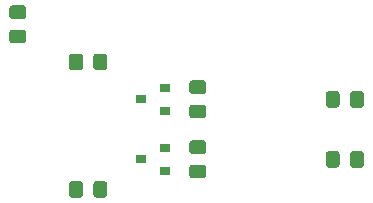
<source format=gbr>
G04 #@! TF.GenerationSoftware,KiCad,Pcbnew,5.1.5-52549c5~86~ubuntu18.04.1*
G04 #@! TF.CreationDate,2020-04-04T12:23:38+02:00*
G04 #@! TF.ProjectId,FPGC4IOboard,46504743-3449-44f6-926f-6172642e6b69,rev?*
G04 #@! TF.SameCoordinates,Original*
G04 #@! TF.FileFunction,Paste,Bot*
G04 #@! TF.FilePolarity,Positive*
%FSLAX46Y46*%
G04 Gerber Fmt 4.6, Leading zero omitted, Abs format (unit mm)*
G04 Created by KiCad (PCBNEW 5.1.5-52549c5~86~ubuntu18.04.1) date 2020-04-04 12:23:38*
%MOMM*%
%LPD*%
G04 APERTURE LIST*
%ADD10C,0.100000*%
%ADD11R,0.900000X0.800000*%
G04 APERTURE END LIST*
D10*
G36*
X93694505Y-55181204D02*
G01*
X93718773Y-55184804D01*
X93742572Y-55190765D01*
X93765671Y-55199030D01*
X93787850Y-55209520D01*
X93808893Y-55222132D01*
X93828599Y-55236747D01*
X93846777Y-55253223D01*
X93863253Y-55271401D01*
X93877868Y-55291107D01*
X93890480Y-55312150D01*
X93900970Y-55334329D01*
X93909235Y-55357428D01*
X93915196Y-55381227D01*
X93918796Y-55405495D01*
X93920000Y-55429999D01*
X93920000Y-56330001D01*
X93918796Y-56354505D01*
X93915196Y-56378773D01*
X93909235Y-56402572D01*
X93900970Y-56425671D01*
X93890480Y-56447850D01*
X93877868Y-56468893D01*
X93863253Y-56488599D01*
X93846777Y-56506777D01*
X93828599Y-56523253D01*
X93808893Y-56537868D01*
X93787850Y-56550480D01*
X93765671Y-56560970D01*
X93742572Y-56569235D01*
X93718773Y-56575196D01*
X93694505Y-56578796D01*
X93670001Y-56580000D01*
X93019999Y-56580000D01*
X92995495Y-56578796D01*
X92971227Y-56575196D01*
X92947428Y-56569235D01*
X92924329Y-56560970D01*
X92902150Y-56550480D01*
X92881107Y-56537868D01*
X92861401Y-56523253D01*
X92843223Y-56506777D01*
X92826747Y-56488599D01*
X92812132Y-56468893D01*
X92799520Y-56447850D01*
X92789030Y-56425671D01*
X92780765Y-56402572D01*
X92774804Y-56378773D01*
X92771204Y-56354505D01*
X92770000Y-56330001D01*
X92770000Y-55429999D01*
X92771204Y-55405495D01*
X92774804Y-55381227D01*
X92780765Y-55357428D01*
X92789030Y-55334329D01*
X92799520Y-55312150D01*
X92812132Y-55291107D01*
X92826747Y-55271401D01*
X92843223Y-55253223D01*
X92861401Y-55236747D01*
X92881107Y-55222132D01*
X92902150Y-55209520D01*
X92924329Y-55199030D01*
X92947428Y-55190765D01*
X92971227Y-55184804D01*
X92995495Y-55181204D01*
X93019999Y-55180000D01*
X93670001Y-55180000D01*
X93694505Y-55181204D01*
G37*
G36*
X91644505Y-55181204D02*
G01*
X91668773Y-55184804D01*
X91692572Y-55190765D01*
X91715671Y-55199030D01*
X91737850Y-55209520D01*
X91758893Y-55222132D01*
X91778599Y-55236747D01*
X91796777Y-55253223D01*
X91813253Y-55271401D01*
X91827868Y-55291107D01*
X91840480Y-55312150D01*
X91850970Y-55334329D01*
X91859235Y-55357428D01*
X91865196Y-55381227D01*
X91868796Y-55405495D01*
X91870000Y-55429999D01*
X91870000Y-56330001D01*
X91868796Y-56354505D01*
X91865196Y-56378773D01*
X91859235Y-56402572D01*
X91850970Y-56425671D01*
X91840480Y-56447850D01*
X91827868Y-56468893D01*
X91813253Y-56488599D01*
X91796777Y-56506777D01*
X91778599Y-56523253D01*
X91758893Y-56537868D01*
X91737850Y-56550480D01*
X91715671Y-56560970D01*
X91692572Y-56569235D01*
X91668773Y-56575196D01*
X91644505Y-56578796D01*
X91620001Y-56580000D01*
X90969999Y-56580000D01*
X90945495Y-56578796D01*
X90921227Y-56575196D01*
X90897428Y-56569235D01*
X90874329Y-56560970D01*
X90852150Y-56550480D01*
X90831107Y-56537868D01*
X90811401Y-56523253D01*
X90793223Y-56506777D01*
X90776747Y-56488599D01*
X90762132Y-56468893D01*
X90749520Y-56447850D01*
X90739030Y-56425671D01*
X90730765Y-56402572D01*
X90724804Y-56378773D01*
X90721204Y-56354505D01*
X90720000Y-56330001D01*
X90720000Y-55429999D01*
X90721204Y-55405495D01*
X90724804Y-55381227D01*
X90730765Y-55357428D01*
X90739030Y-55334329D01*
X90749520Y-55312150D01*
X90762132Y-55291107D01*
X90776747Y-55271401D01*
X90793223Y-55253223D01*
X90811401Y-55236747D01*
X90831107Y-55222132D01*
X90852150Y-55209520D01*
X90874329Y-55199030D01*
X90897428Y-55190765D01*
X90921227Y-55184804D01*
X90945495Y-55181204D01*
X90969999Y-55180000D01*
X91620001Y-55180000D01*
X91644505Y-55181204D01*
G37*
G36*
X86834505Y-40311204D02*
G01*
X86858773Y-40314804D01*
X86882572Y-40320765D01*
X86905671Y-40329030D01*
X86927850Y-40339520D01*
X86948893Y-40352132D01*
X86968599Y-40366747D01*
X86986777Y-40383223D01*
X87003253Y-40401401D01*
X87017868Y-40421107D01*
X87030480Y-40442150D01*
X87040970Y-40464329D01*
X87049235Y-40487428D01*
X87055196Y-40511227D01*
X87058796Y-40535495D01*
X87060000Y-40559999D01*
X87060000Y-41210001D01*
X87058796Y-41234505D01*
X87055196Y-41258773D01*
X87049235Y-41282572D01*
X87040970Y-41305671D01*
X87030480Y-41327850D01*
X87017868Y-41348893D01*
X87003253Y-41368599D01*
X86986777Y-41386777D01*
X86968599Y-41403253D01*
X86948893Y-41417868D01*
X86927850Y-41430480D01*
X86905671Y-41440970D01*
X86882572Y-41449235D01*
X86858773Y-41455196D01*
X86834505Y-41458796D01*
X86810001Y-41460000D01*
X85909999Y-41460000D01*
X85885495Y-41458796D01*
X85861227Y-41455196D01*
X85837428Y-41449235D01*
X85814329Y-41440970D01*
X85792150Y-41430480D01*
X85771107Y-41417868D01*
X85751401Y-41403253D01*
X85733223Y-41386777D01*
X85716747Y-41368599D01*
X85702132Y-41348893D01*
X85689520Y-41327850D01*
X85679030Y-41305671D01*
X85670765Y-41282572D01*
X85664804Y-41258773D01*
X85661204Y-41234505D01*
X85660000Y-41210001D01*
X85660000Y-40559999D01*
X85661204Y-40535495D01*
X85664804Y-40511227D01*
X85670765Y-40487428D01*
X85679030Y-40464329D01*
X85689520Y-40442150D01*
X85702132Y-40421107D01*
X85716747Y-40401401D01*
X85733223Y-40383223D01*
X85751401Y-40366747D01*
X85771107Y-40352132D01*
X85792150Y-40339520D01*
X85814329Y-40329030D01*
X85837428Y-40320765D01*
X85861227Y-40314804D01*
X85885495Y-40311204D01*
X85909999Y-40310000D01*
X86810001Y-40310000D01*
X86834505Y-40311204D01*
G37*
G36*
X86834505Y-42361204D02*
G01*
X86858773Y-42364804D01*
X86882572Y-42370765D01*
X86905671Y-42379030D01*
X86927850Y-42389520D01*
X86948893Y-42402132D01*
X86968599Y-42416747D01*
X86986777Y-42433223D01*
X87003253Y-42451401D01*
X87017868Y-42471107D01*
X87030480Y-42492150D01*
X87040970Y-42514329D01*
X87049235Y-42537428D01*
X87055196Y-42561227D01*
X87058796Y-42585495D01*
X87060000Y-42609999D01*
X87060000Y-43260001D01*
X87058796Y-43284505D01*
X87055196Y-43308773D01*
X87049235Y-43332572D01*
X87040970Y-43355671D01*
X87030480Y-43377850D01*
X87017868Y-43398893D01*
X87003253Y-43418599D01*
X86986777Y-43436777D01*
X86968599Y-43453253D01*
X86948893Y-43467868D01*
X86927850Y-43480480D01*
X86905671Y-43490970D01*
X86882572Y-43499235D01*
X86858773Y-43505196D01*
X86834505Y-43508796D01*
X86810001Y-43510000D01*
X85909999Y-43510000D01*
X85885495Y-43508796D01*
X85861227Y-43505196D01*
X85837428Y-43499235D01*
X85814329Y-43490970D01*
X85792150Y-43480480D01*
X85771107Y-43467868D01*
X85751401Y-43453253D01*
X85733223Y-43436777D01*
X85716747Y-43418599D01*
X85702132Y-43398893D01*
X85689520Y-43377850D01*
X85679030Y-43355671D01*
X85670765Y-43332572D01*
X85664804Y-43308773D01*
X85661204Y-43284505D01*
X85660000Y-43260001D01*
X85660000Y-42609999D01*
X85661204Y-42585495D01*
X85664804Y-42561227D01*
X85670765Y-42537428D01*
X85679030Y-42514329D01*
X85689520Y-42492150D01*
X85702132Y-42471107D01*
X85716747Y-42451401D01*
X85733223Y-42433223D01*
X85751401Y-42416747D01*
X85771107Y-42402132D01*
X85792150Y-42389520D01*
X85814329Y-42379030D01*
X85837428Y-42370765D01*
X85861227Y-42364804D01*
X85885495Y-42361204D01*
X85909999Y-42360000D01*
X86810001Y-42360000D01*
X86834505Y-42361204D01*
G37*
G36*
X115429505Y-52641204D02*
G01*
X115453773Y-52644804D01*
X115477572Y-52650765D01*
X115500671Y-52659030D01*
X115522850Y-52669520D01*
X115543893Y-52682132D01*
X115563599Y-52696747D01*
X115581777Y-52713223D01*
X115598253Y-52731401D01*
X115612868Y-52751107D01*
X115625480Y-52772150D01*
X115635970Y-52794329D01*
X115644235Y-52817428D01*
X115650196Y-52841227D01*
X115653796Y-52865495D01*
X115655000Y-52889999D01*
X115655000Y-53790001D01*
X115653796Y-53814505D01*
X115650196Y-53838773D01*
X115644235Y-53862572D01*
X115635970Y-53885671D01*
X115625480Y-53907850D01*
X115612868Y-53928893D01*
X115598253Y-53948599D01*
X115581777Y-53966777D01*
X115563599Y-53983253D01*
X115543893Y-53997868D01*
X115522850Y-54010480D01*
X115500671Y-54020970D01*
X115477572Y-54029235D01*
X115453773Y-54035196D01*
X115429505Y-54038796D01*
X115405001Y-54040000D01*
X114754999Y-54040000D01*
X114730495Y-54038796D01*
X114706227Y-54035196D01*
X114682428Y-54029235D01*
X114659329Y-54020970D01*
X114637150Y-54010480D01*
X114616107Y-53997868D01*
X114596401Y-53983253D01*
X114578223Y-53966777D01*
X114561747Y-53948599D01*
X114547132Y-53928893D01*
X114534520Y-53907850D01*
X114524030Y-53885671D01*
X114515765Y-53862572D01*
X114509804Y-53838773D01*
X114506204Y-53814505D01*
X114505000Y-53790001D01*
X114505000Y-52889999D01*
X114506204Y-52865495D01*
X114509804Y-52841227D01*
X114515765Y-52817428D01*
X114524030Y-52794329D01*
X114534520Y-52772150D01*
X114547132Y-52751107D01*
X114561747Y-52731401D01*
X114578223Y-52713223D01*
X114596401Y-52696747D01*
X114616107Y-52682132D01*
X114637150Y-52669520D01*
X114659329Y-52659030D01*
X114682428Y-52650765D01*
X114706227Y-52644804D01*
X114730495Y-52641204D01*
X114754999Y-52640000D01*
X115405001Y-52640000D01*
X115429505Y-52641204D01*
G37*
G36*
X113379505Y-52641204D02*
G01*
X113403773Y-52644804D01*
X113427572Y-52650765D01*
X113450671Y-52659030D01*
X113472850Y-52669520D01*
X113493893Y-52682132D01*
X113513599Y-52696747D01*
X113531777Y-52713223D01*
X113548253Y-52731401D01*
X113562868Y-52751107D01*
X113575480Y-52772150D01*
X113585970Y-52794329D01*
X113594235Y-52817428D01*
X113600196Y-52841227D01*
X113603796Y-52865495D01*
X113605000Y-52889999D01*
X113605000Y-53790001D01*
X113603796Y-53814505D01*
X113600196Y-53838773D01*
X113594235Y-53862572D01*
X113585970Y-53885671D01*
X113575480Y-53907850D01*
X113562868Y-53928893D01*
X113548253Y-53948599D01*
X113531777Y-53966777D01*
X113513599Y-53983253D01*
X113493893Y-53997868D01*
X113472850Y-54010480D01*
X113450671Y-54020970D01*
X113427572Y-54029235D01*
X113403773Y-54035196D01*
X113379505Y-54038796D01*
X113355001Y-54040000D01*
X112704999Y-54040000D01*
X112680495Y-54038796D01*
X112656227Y-54035196D01*
X112632428Y-54029235D01*
X112609329Y-54020970D01*
X112587150Y-54010480D01*
X112566107Y-53997868D01*
X112546401Y-53983253D01*
X112528223Y-53966777D01*
X112511747Y-53948599D01*
X112497132Y-53928893D01*
X112484520Y-53907850D01*
X112474030Y-53885671D01*
X112465765Y-53862572D01*
X112459804Y-53838773D01*
X112456204Y-53814505D01*
X112455000Y-53790001D01*
X112455000Y-52889999D01*
X112456204Y-52865495D01*
X112459804Y-52841227D01*
X112465765Y-52817428D01*
X112474030Y-52794329D01*
X112484520Y-52772150D01*
X112497132Y-52751107D01*
X112511747Y-52731401D01*
X112528223Y-52713223D01*
X112546401Y-52696747D01*
X112566107Y-52682132D01*
X112587150Y-52669520D01*
X112609329Y-52659030D01*
X112632428Y-52650765D01*
X112656227Y-52644804D01*
X112680495Y-52641204D01*
X112704999Y-52640000D01*
X113355001Y-52640000D01*
X113379505Y-52641204D01*
G37*
G36*
X115429505Y-47561204D02*
G01*
X115453773Y-47564804D01*
X115477572Y-47570765D01*
X115500671Y-47579030D01*
X115522850Y-47589520D01*
X115543893Y-47602132D01*
X115563599Y-47616747D01*
X115581777Y-47633223D01*
X115598253Y-47651401D01*
X115612868Y-47671107D01*
X115625480Y-47692150D01*
X115635970Y-47714329D01*
X115644235Y-47737428D01*
X115650196Y-47761227D01*
X115653796Y-47785495D01*
X115655000Y-47809999D01*
X115655000Y-48710001D01*
X115653796Y-48734505D01*
X115650196Y-48758773D01*
X115644235Y-48782572D01*
X115635970Y-48805671D01*
X115625480Y-48827850D01*
X115612868Y-48848893D01*
X115598253Y-48868599D01*
X115581777Y-48886777D01*
X115563599Y-48903253D01*
X115543893Y-48917868D01*
X115522850Y-48930480D01*
X115500671Y-48940970D01*
X115477572Y-48949235D01*
X115453773Y-48955196D01*
X115429505Y-48958796D01*
X115405001Y-48960000D01*
X114754999Y-48960000D01*
X114730495Y-48958796D01*
X114706227Y-48955196D01*
X114682428Y-48949235D01*
X114659329Y-48940970D01*
X114637150Y-48930480D01*
X114616107Y-48917868D01*
X114596401Y-48903253D01*
X114578223Y-48886777D01*
X114561747Y-48868599D01*
X114547132Y-48848893D01*
X114534520Y-48827850D01*
X114524030Y-48805671D01*
X114515765Y-48782572D01*
X114509804Y-48758773D01*
X114506204Y-48734505D01*
X114505000Y-48710001D01*
X114505000Y-47809999D01*
X114506204Y-47785495D01*
X114509804Y-47761227D01*
X114515765Y-47737428D01*
X114524030Y-47714329D01*
X114534520Y-47692150D01*
X114547132Y-47671107D01*
X114561747Y-47651401D01*
X114578223Y-47633223D01*
X114596401Y-47616747D01*
X114616107Y-47602132D01*
X114637150Y-47589520D01*
X114659329Y-47579030D01*
X114682428Y-47570765D01*
X114706227Y-47564804D01*
X114730495Y-47561204D01*
X114754999Y-47560000D01*
X115405001Y-47560000D01*
X115429505Y-47561204D01*
G37*
G36*
X113379505Y-47561204D02*
G01*
X113403773Y-47564804D01*
X113427572Y-47570765D01*
X113450671Y-47579030D01*
X113472850Y-47589520D01*
X113493893Y-47602132D01*
X113513599Y-47616747D01*
X113531777Y-47633223D01*
X113548253Y-47651401D01*
X113562868Y-47671107D01*
X113575480Y-47692150D01*
X113585970Y-47714329D01*
X113594235Y-47737428D01*
X113600196Y-47761227D01*
X113603796Y-47785495D01*
X113605000Y-47809999D01*
X113605000Y-48710001D01*
X113603796Y-48734505D01*
X113600196Y-48758773D01*
X113594235Y-48782572D01*
X113585970Y-48805671D01*
X113575480Y-48827850D01*
X113562868Y-48848893D01*
X113548253Y-48868599D01*
X113531777Y-48886777D01*
X113513599Y-48903253D01*
X113493893Y-48917868D01*
X113472850Y-48930480D01*
X113450671Y-48940970D01*
X113427572Y-48949235D01*
X113403773Y-48955196D01*
X113379505Y-48958796D01*
X113355001Y-48960000D01*
X112704999Y-48960000D01*
X112680495Y-48958796D01*
X112656227Y-48955196D01*
X112632428Y-48949235D01*
X112609329Y-48940970D01*
X112587150Y-48930480D01*
X112566107Y-48917868D01*
X112546401Y-48903253D01*
X112528223Y-48886777D01*
X112511747Y-48868599D01*
X112497132Y-48848893D01*
X112484520Y-48827850D01*
X112474030Y-48805671D01*
X112465765Y-48782572D01*
X112459804Y-48758773D01*
X112456204Y-48734505D01*
X112455000Y-48710001D01*
X112455000Y-47809999D01*
X112456204Y-47785495D01*
X112459804Y-47761227D01*
X112465765Y-47737428D01*
X112474030Y-47714329D01*
X112484520Y-47692150D01*
X112497132Y-47671107D01*
X112511747Y-47651401D01*
X112528223Y-47633223D01*
X112546401Y-47616747D01*
X112566107Y-47602132D01*
X112587150Y-47589520D01*
X112609329Y-47579030D01*
X112632428Y-47570765D01*
X112656227Y-47564804D01*
X112680495Y-47561204D01*
X112704999Y-47560000D01*
X113355001Y-47560000D01*
X113379505Y-47561204D01*
G37*
D11*
X96790000Y-53340000D03*
X98790000Y-54290000D03*
X98790000Y-52390000D03*
X96790000Y-48260000D03*
X98790000Y-49210000D03*
X98790000Y-47310000D03*
D10*
G36*
X93694505Y-44386204D02*
G01*
X93718773Y-44389804D01*
X93742572Y-44395765D01*
X93765671Y-44404030D01*
X93787850Y-44414520D01*
X93808893Y-44427132D01*
X93828599Y-44441747D01*
X93846777Y-44458223D01*
X93863253Y-44476401D01*
X93877868Y-44496107D01*
X93890480Y-44517150D01*
X93900970Y-44539329D01*
X93909235Y-44562428D01*
X93915196Y-44586227D01*
X93918796Y-44610495D01*
X93920000Y-44634999D01*
X93920000Y-45535001D01*
X93918796Y-45559505D01*
X93915196Y-45583773D01*
X93909235Y-45607572D01*
X93900970Y-45630671D01*
X93890480Y-45652850D01*
X93877868Y-45673893D01*
X93863253Y-45693599D01*
X93846777Y-45711777D01*
X93828599Y-45728253D01*
X93808893Y-45742868D01*
X93787850Y-45755480D01*
X93765671Y-45765970D01*
X93742572Y-45774235D01*
X93718773Y-45780196D01*
X93694505Y-45783796D01*
X93670001Y-45785000D01*
X93019999Y-45785000D01*
X92995495Y-45783796D01*
X92971227Y-45780196D01*
X92947428Y-45774235D01*
X92924329Y-45765970D01*
X92902150Y-45755480D01*
X92881107Y-45742868D01*
X92861401Y-45728253D01*
X92843223Y-45711777D01*
X92826747Y-45693599D01*
X92812132Y-45673893D01*
X92799520Y-45652850D01*
X92789030Y-45630671D01*
X92780765Y-45607572D01*
X92774804Y-45583773D01*
X92771204Y-45559505D01*
X92770000Y-45535001D01*
X92770000Y-44634999D01*
X92771204Y-44610495D01*
X92774804Y-44586227D01*
X92780765Y-44562428D01*
X92789030Y-44539329D01*
X92799520Y-44517150D01*
X92812132Y-44496107D01*
X92826747Y-44476401D01*
X92843223Y-44458223D01*
X92861401Y-44441747D01*
X92881107Y-44427132D01*
X92902150Y-44414520D01*
X92924329Y-44404030D01*
X92947428Y-44395765D01*
X92971227Y-44389804D01*
X92995495Y-44386204D01*
X93019999Y-44385000D01*
X93670001Y-44385000D01*
X93694505Y-44386204D01*
G37*
G36*
X91644505Y-44386204D02*
G01*
X91668773Y-44389804D01*
X91692572Y-44395765D01*
X91715671Y-44404030D01*
X91737850Y-44414520D01*
X91758893Y-44427132D01*
X91778599Y-44441747D01*
X91796777Y-44458223D01*
X91813253Y-44476401D01*
X91827868Y-44496107D01*
X91840480Y-44517150D01*
X91850970Y-44539329D01*
X91859235Y-44562428D01*
X91865196Y-44586227D01*
X91868796Y-44610495D01*
X91870000Y-44634999D01*
X91870000Y-45535001D01*
X91868796Y-45559505D01*
X91865196Y-45583773D01*
X91859235Y-45607572D01*
X91850970Y-45630671D01*
X91840480Y-45652850D01*
X91827868Y-45673893D01*
X91813253Y-45693599D01*
X91796777Y-45711777D01*
X91778599Y-45728253D01*
X91758893Y-45742868D01*
X91737850Y-45755480D01*
X91715671Y-45765970D01*
X91692572Y-45774235D01*
X91668773Y-45780196D01*
X91644505Y-45783796D01*
X91620001Y-45785000D01*
X90969999Y-45785000D01*
X90945495Y-45783796D01*
X90921227Y-45780196D01*
X90897428Y-45774235D01*
X90874329Y-45765970D01*
X90852150Y-45755480D01*
X90831107Y-45742868D01*
X90811401Y-45728253D01*
X90793223Y-45711777D01*
X90776747Y-45693599D01*
X90762132Y-45673893D01*
X90749520Y-45652850D01*
X90739030Y-45630671D01*
X90730765Y-45607572D01*
X90724804Y-45583773D01*
X90721204Y-45559505D01*
X90720000Y-45535001D01*
X90720000Y-44634999D01*
X90721204Y-44610495D01*
X90724804Y-44586227D01*
X90730765Y-44562428D01*
X90739030Y-44539329D01*
X90749520Y-44517150D01*
X90762132Y-44496107D01*
X90776747Y-44476401D01*
X90793223Y-44458223D01*
X90811401Y-44441747D01*
X90831107Y-44427132D01*
X90852150Y-44414520D01*
X90874329Y-44404030D01*
X90897428Y-44395765D01*
X90921227Y-44389804D01*
X90945495Y-44386204D01*
X90969999Y-44385000D01*
X91620001Y-44385000D01*
X91644505Y-44386204D01*
G37*
G36*
X102074505Y-53791204D02*
G01*
X102098773Y-53794804D01*
X102122572Y-53800765D01*
X102145671Y-53809030D01*
X102167850Y-53819520D01*
X102188893Y-53832132D01*
X102208599Y-53846747D01*
X102226777Y-53863223D01*
X102243253Y-53881401D01*
X102257868Y-53901107D01*
X102270480Y-53922150D01*
X102280970Y-53944329D01*
X102289235Y-53967428D01*
X102295196Y-53991227D01*
X102298796Y-54015495D01*
X102300000Y-54039999D01*
X102300000Y-54690001D01*
X102298796Y-54714505D01*
X102295196Y-54738773D01*
X102289235Y-54762572D01*
X102280970Y-54785671D01*
X102270480Y-54807850D01*
X102257868Y-54828893D01*
X102243253Y-54848599D01*
X102226777Y-54866777D01*
X102208599Y-54883253D01*
X102188893Y-54897868D01*
X102167850Y-54910480D01*
X102145671Y-54920970D01*
X102122572Y-54929235D01*
X102098773Y-54935196D01*
X102074505Y-54938796D01*
X102050001Y-54940000D01*
X101149999Y-54940000D01*
X101125495Y-54938796D01*
X101101227Y-54935196D01*
X101077428Y-54929235D01*
X101054329Y-54920970D01*
X101032150Y-54910480D01*
X101011107Y-54897868D01*
X100991401Y-54883253D01*
X100973223Y-54866777D01*
X100956747Y-54848599D01*
X100942132Y-54828893D01*
X100929520Y-54807850D01*
X100919030Y-54785671D01*
X100910765Y-54762572D01*
X100904804Y-54738773D01*
X100901204Y-54714505D01*
X100900000Y-54690001D01*
X100900000Y-54039999D01*
X100901204Y-54015495D01*
X100904804Y-53991227D01*
X100910765Y-53967428D01*
X100919030Y-53944329D01*
X100929520Y-53922150D01*
X100942132Y-53901107D01*
X100956747Y-53881401D01*
X100973223Y-53863223D01*
X100991401Y-53846747D01*
X101011107Y-53832132D01*
X101032150Y-53819520D01*
X101054329Y-53809030D01*
X101077428Y-53800765D01*
X101101227Y-53794804D01*
X101125495Y-53791204D01*
X101149999Y-53790000D01*
X102050001Y-53790000D01*
X102074505Y-53791204D01*
G37*
G36*
X102074505Y-51741204D02*
G01*
X102098773Y-51744804D01*
X102122572Y-51750765D01*
X102145671Y-51759030D01*
X102167850Y-51769520D01*
X102188893Y-51782132D01*
X102208599Y-51796747D01*
X102226777Y-51813223D01*
X102243253Y-51831401D01*
X102257868Y-51851107D01*
X102270480Y-51872150D01*
X102280970Y-51894329D01*
X102289235Y-51917428D01*
X102295196Y-51941227D01*
X102298796Y-51965495D01*
X102300000Y-51989999D01*
X102300000Y-52640001D01*
X102298796Y-52664505D01*
X102295196Y-52688773D01*
X102289235Y-52712572D01*
X102280970Y-52735671D01*
X102270480Y-52757850D01*
X102257868Y-52778893D01*
X102243253Y-52798599D01*
X102226777Y-52816777D01*
X102208599Y-52833253D01*
X102188893Y-52847868D01*
X102167850Y-52860480D01*
X102145671Y-52870970D01*
X102122572Y-52879235D01*
X102098773Y-52885196D01*
X102074505Y-52888796D01*
X102050001Y-52890000D01*
X101149999Y-52890000D01*
X101125495Y-52888796D01*
X101101227Y-52885196D01*
X101077428Y-52879235D01*
X101054329Y-52870970D01*
X101032150Y-52860480D01*
X101011107Y-52847868D01*
X100991401Y-52833253D01*
X100973223Y-52816777D01*
X100956747Y-52798599D01*
X100942132Y-52778893D01*
X100929520Y-52757850D01*
X100919030Y-52735671D01*
X100910765Y-52712572D01*
X100904804Y-52688773D01*
X100901204Y-52664505D01*
X100900000Y-52640001D01*
X100900000Y-51989999D01*
X100901204Y-51965495D01*
X100904804Y-51941227D01*
X100910765Y-51917428D01*
X100919030Y-51894329D01*
X100929520Y-51872150D01*
X100942132Y-51851107D01*
X100956747Y-51831401D01*
X100973223Y-51813223D01*
X100991401Y-51796747D01*
X101011107Y-51782132D01*
X101032150Y-51769520D01*
X101054329Y-51759030D01*
X101077428Y-51750765D01*
X101101227Y-51744804D01*
X101125495Y-51741204D01*
X101149999Y-51740000D01*
X102050001Y-51740000D01*
X102074505Y-51741204D01*
G37*
G36*
X102074505Y-46661204D02*
G01*
X102098773Y-46664804D01*
X102122572Y-46670765D01*
X102145671Y-46679030D01*
X102167850Y-46689520D01*
X102188893Y-46702132D01*
X102208599Y-46716747D01*
X102226777Y-46733223D01*
X102243253Y-46751401D01*
X102257868Y-46771107D01*
X102270480Y-46792150D01*
X102280970Y-46814329D01*
X102289235Y-46837428D01*
X102295196Y-46861227D01*
X102298796Y-46885495D01*
X102300000Y-46909999D01*
X102300000Y-47560001D01*
X102298796Y-47584505D01*
X102295196Y-47608773D01*
X102289235Y-47632572D01*
X102280970Y-47655671D01*
X102270480Y-47677850D01*
X102257868Y-47698893D01*
X102243253Y-47718599D01*
X102226777Y-47736777D01*
X102208599Y-47753253D01*
X102188893Y-47767868D01*
X102167850Y-47780480D01*
X102145671Y-47790970D01*
X102122572Y-47799235D01*
X102098773Y-47805196D01*
X102074505Y-47808796D01*
X102050001Y-47810000D01*
X101149999Y-47810000D01*
X101125495Y-47808796D01*
X101101227Y-47805196D01*
X101077428Y-47799235D01*
X101054329Y-47790970D01*
X101032150Y-47780480D01*
X101011107Y-47767868D01*
X100991401Y-47753253D01*
X100973223Y-47736777D01*
X100956747Y-47718599D01*
X100942132Y-47698893D01*
X100929520Y-47677850D01*
X100919030Y-47655671D01*
X100910765Y-47632572D01*
X100904804Y-47608773D01*
X100901204Y-47584505D01*
X100900000Y-47560001D01*
X100900000Y-46909999D01*
X100901204Y-46885495D01*
X100904804Y-46861227D01*
X100910765Y-46837428D01*
X100919030Y-46814329D01*
X100929520Y-46792150D01*
X100942132Y-46771107D01*
X100956747Y-46751401D01*
X100973223Y-46733223D01*
X100991401Y-46716747D01*
X101011107Y-46702132D01*
X101032150Y-46689520D01*
X101054329Y-46679030D01*
X101077428Y-46670765D01*
X101101227Y-46664804D01*
X101125495Y-46661204D01*
X101149999Y-46660000D01*
X102050001Y-46660000D01*
X102074505Y-46661204D01*
G37*
G36*
X102074505Y-48711204D02*
G01*
X102098773Y-48714804D01*
X102122572Y-48720765D01*
X102145671Y-48729030D01*
X102167850Y-48739520D01*
X102188893Y-48752132D01*
X102208599Y-48766747D01*
X102226777Y-48783223D01*
X102243253Y-48801401D01*
X102257868Y-48821107D01*
X102270480Y-48842150D01*
X102280970Y-48864329D01*
X102289235Y-48887428D01*
X102295196Y-48911227D01*
X102298796Y-48935495D01*
X102300000Y-48959999D01*
X102300000Y-49610001D01*
X102298796Y-49634505D01*
X102295196Y-49658773D01*
X102289235Y-49682572D01*
X102280970Y-49705671D01*
X102270480Y-49727850D01*
X102257868Y-49748893D01*
X102243253Y-49768599D01*
X102226777Y-49786777D01*
X102208599Y-49803253D01*
X102188893Y-49817868D01*
X102167850Y-49830480D01*
X102145671Y-49840970D01*
X102122572Y-49849235D01*
X102098773Y-49855196D01*
X102074505Y-49858796D01*
X102050001Y-49860000D01*
X101149999Y-49860000D01*
X101125495Y-49858796D01*
X101101227Y-49855196D01*
X101077428Y-49849235D01*
X101054329Y-49840970D01*
X101032150Y-49830480D01*
X101011107Y-49817868D01*
X100991401Y-49803253D01*
X100973223Y-49786777D01*
X100956747Y-49768599D01*
X100942132Y-49748893D01*
X100929520Y-49727850D01*
X100919030Y-49705671D01*
X100910765Y-49682572D01*
X100904804Y-49658773D01*
X100901204Y-49634505D01*
X100900000Y-49610001D01*
X100900000Y-48959999D01*
X100901204Y-48935495D01*
X100904804Y-48911227D01*
X100910765Y-48887428D01*
X100919030Y-48864329D01*
X100929520Y-48842150D01*
X100942132Y-48821107D01*
X100956747Y-48801401D01*
X100973223Y-48783223D01*
X100991401Y-48766747D01*
X101011107Y-48752132D01*
X101032150Y-48739520D01*
X101054329Y-48729030D01*
X101077428Y-48720765D01*
X101101227Y-48714804D01*
X101125495Y-48711204D01*
X101149999Y-48710000D01*
X102050001Y-48710000D01*
X102074505Y-48711204D01*
G37*
M02*

</source>
